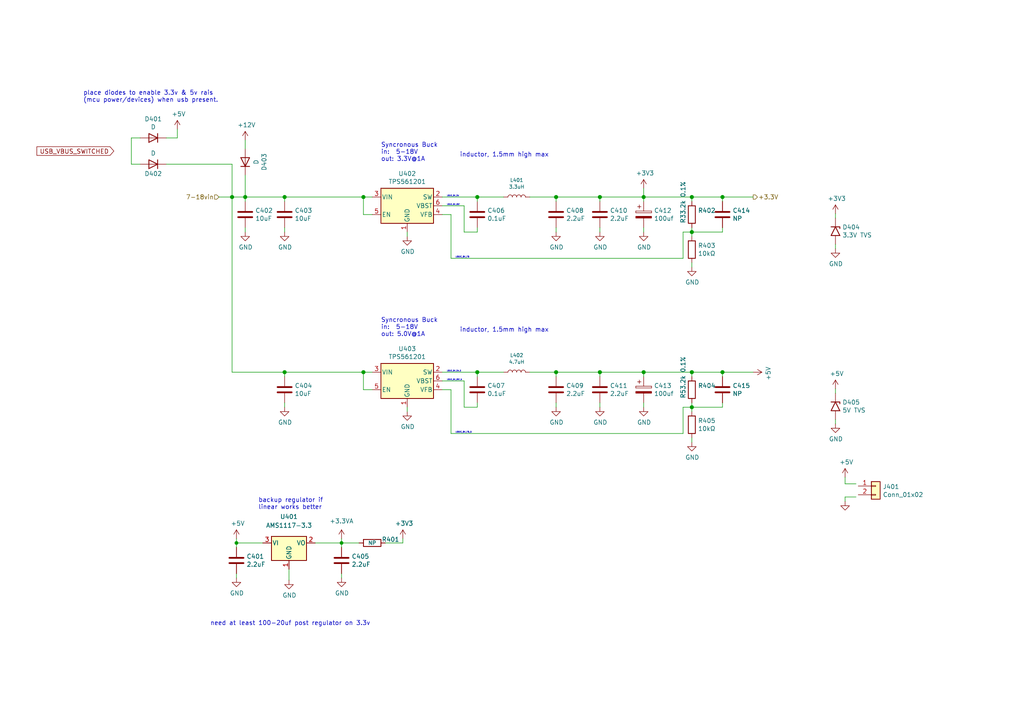
<source format=kicad_sch>
(kicad_sch (version 20230121) (generator eeschema)
  (paper "A4")
  (title_block (title "Moxie-Drive 24, vesc compatable motor controller") (date "2020-07-01") (rev "1.0") (company "Marshall Scholz"))
  (lib_symbols
    (symbol "24_control_board-rescue:C-Device-MoxiE_Control_board-rescue" (pin_numbers hide) (pin_names (offset 0.254))
      (property "Reference" "C" (at 0.635 2.54 0))
      (property "Value" "C-Device-MoxiE_Control_board-rescue" (at 0.635 -2.54 0))
      (symbol "C-Device-MoxiE_Control_board-rescue_0_1"
        (polyline (pts (xy -2.032 -0.762) (xy 2.032 -0.762)) (stroke (width 0.508)))
        (polyline (pts (xy -2.032 0.762) (xy 2.032 0.762)) (stroke (width 0.508)))
      )
      (symbol "C-Device-MoxiE_Control_board-rescue_1_1"
        (pin passive line (at 0 3.81 270) (length 2.794) (name "~") (number "1"))
        (pin passive line (at 0 -3.81 90) (length 2.794) (name "~") (number "2"))
      )
    )
    (symbol "24_control_board-rescue:CP-Device-MoxiE_Control_board-rescue" (pin_numbers hide) (pin_names (offset 0.254))
      (property "Reference" "C" (at 0.635 2.54 0))
      (property "Value" "CP-Device-MoxiE_Control_board-rescue" (at 0.635 -2.54 0))
      (symbol "CP-Device-MoxiE_Control_board-rescue_0_1"
        (rectangle (start -2.286 0.508) (end -2.286 1.016))
        (rectangle (start -2.286 0.508) (end 2.286 0.508))
        (polyline (pts (xy -1.778 2.286) (xy -0.762 2.286)))
        (polyline (pts (xy -1.27 2.794) (xy -1.27 1.778)))
        (rectangle (start 2.286 -0.508) (end -2.286 -1.016) (fill (type outline)))
        (rectangle (start 2.286 1.016) (end -2.286 1.016))
        (rectangle (start 2.286 1.016) (end 2.286 0.508))
      )
      (symbol "CP-Device-MoxiE_Control_board-rescue_1_1"
        (pin passive line (at 0 3.81 270) (length 2.794) (name "~") (number "1"))
        (pin passive line (at 0 -3.81 90) (length 2.794) (name "~") (number "2"))
      )
    )
    (symbol "24_control_board-rescue:GND-power-MoxiE_Control_board-rescue" (power) (pin_names (offset 0))
      (property "Value" "GND-power-MoxiE_Control_board-rescue" (at 0 -3.81 0))
      (symbol "GND-power-MoxiE_Control_board-rescue_0_1"
        (polyline (pts (xy 0 0) (xy 0 -1.27) (xy 1.27 -1.27) (xy 0 -2.54) (xy -1.27 -1.27) (xy 0 -1.27)))
      )
      (symbol "GND-power-MoxiE_Control_board-rescue_1_1"
        (pin power_in line (at 0 0 270) (length 0) hide (name "GND") (number "1"))
      )
    )
    (symbol "24_control_board-rescue:R-Device-MoxiE_Control_board-rescue" (pin_numbers hide) (pin_names (offset 0))
      (property "Reference" "R" (at 2.032 0 90))
      (property "Value" "R-Device-MoxiE_Control_board-rescue" (at 0 0 90))
      (symbol "R-Device-MoxiE_Control_board-rescue_0_1"
        (rectangle (start -1.016 -2.54) (end 1.016 2.54) (stroke (width 0.254)))
      )
      (symbol "R-Device-MoxiE_Control_board-rescue_1_1"
        (pin passive line (at 0 3.81 270) (length 1.27) (name "~") (number "1"))
        (pin passive line (at 0 -3.81 90) (length 1.27) (name "~") (number "2"))
      )
    )
    (symbol "24_control_board-rescue:TPS563200-Regulator_Switching-MoxiE_Control_board-rescue" (pin_names (offset 0.254))
      (property "Reference" "U" (at -7.62 6.35 0))
      (property "Value" "TPS563200-Regulator_Switching-MoxiE_Control_board-rescue" (at -2.54 6.35 0))
      (symbol "TPS563200-Regulator_Switching-MoxiE_Control_board-rescue_0_1"
        (rectangle (start -7.62 5.08) (end 7.62 -5.08) (stroke (width 0.254)) (fill (type background)))
      )
      (symbol "TPS563200-Regulator_Switching-MoxiE_Control_board-rescue_1_1"
        (pin power_in line (at 0 -7.62 90) (length 2.54) (name "GND") (number "1"))
        (pin output line (at 10.16 2.54 180) (length 2.54) (name "SW") (number "2"))
        (pin power_in line (at -10.16 2.54 0) (length 2.54) (name "VIN") (number "3"))
        (pin input line (at 10.16 -2.54 180) (length 2.54) (name "VFB") (number "4"))
        (pin input line (at -10.16 -2.54 0) (length 2.54) (name "EN") (number "5"))
        (pin input line (at 10.16 0 180) (length 2.54) (name "VBST") (number "6"))
      )
    )
    (symbol "Connector_Generic:Conn_01x02" (pin_names hide)
      (property "Reference" "J" (at 0 2.54 0))
      (property "Value" "Conn_01x02" (at 0 -5.08 0))
      (symbol "Conn_01x02_1_1"
        (rectangle (start -1.27 -2.413) (end 0 -2.667) (stroke (width 0.1524)))
        (rectangle (start -1.27 0.127) (end 0 -0.127) (stroke (width 0.1524)))
        (rectangle (start -1.27 1.27) (end 1.27 -3.81) (stroke (width 0.254)) (fill (type background)))
        (pin passive line (at -5.08 0 0) (length 3.81) (name "Pin_1") (number "1"))
        (pin passive line (at -5.08 -2.54 0) (length 3.81) (name "Pin_2") (number "2"))
      )
    )
    (symbol "Device:D" (pin_numbers hide) (pin_names hide)
      (property "Reference" "D" (at 0 2.54 0))
      (property "Value" "D" (at 0 -2.54 0))
      (symbol "D_0_1"
        (polyline (pts (xy -1.27 1.27) (xy -1.27 -1.27)) (stroke (width 0.254)))
        (polyline (pts (xy 1.27 0) (xy -1.27 0)))
        (polyline (pts (xy 1.27 1.27) (xy 1.27 -1.27) (xy -1.27 0) (xy 1.27 1.27)) (stroke (width 0.254)))
      )
      (symbol "D_1_1"
        (pin passive line (at -3.81 0 0) (length 2.54) (name "K") (number "1"))
        (pin passive line (at 3.81 0 180) (length 2.54) (name "A") (number "2"))
      )
    )
    (symbol "Device:L" (pin_numbers hide) (pin_names hide)
      (property "Reference" "L" (at -1.27 0 90))
      (property "Value" "L" (at 1.905 0 90))
      (symbol "L_0_1"
        (arc (start 0 -2.54) (mid 0.6323 -1.905) (end 0 -1.27))
        (arc (start 0 -1.27) (mid 0.6323 -0.635) (end 0 0))
        (arc (start 0 0) (mid 0.6323 0.635) (end 0 1.27))
        (arc (start 0 1.27) (mid 0.6323 1.905) (end 0 2.54))
      )
      (symbol "L_1_1"
        (pin passive line (at 0 3.81 270) (length 1.27) (name "1") (number "1"))
        (pin passive line (at 0 -3.81 90) (length 1.27) (name "2") (number "2"))
      )
    )
    (symbol "Diode:1.5KExxA" (pin_numbers hide) (pin_names hide)
      (property "Reference" "D" (at 0 2.54 0))
      (property "Value" "1.5KExxA" (at 0 -2.54 0))
      (symbol "1.5KExxA_0_1"
        (polyline (pts (xy -0.762 1.27) (xy -1.27 1.27) (xy -1.27 -1.27)) (stroke (width 0.254)))
        (polyline (pts (xy 1.27 1.27) (xy 1.27 -1.27) (xy -1.27 0) (xy 1.27 1.27)) (stroke (width 0.254)))
      )
      (symbol "1.5KExxA_1_1"
        (pin passive line (at -3.81 0 0) (length 2.54) (name "A1") (number "1"))
        (pin passive line (at 3.81 0 180) (length 2.54) (name "A2") (number "2"))
      )
    )
    (symbol "Regulator_Linear:AMS1117-3.3" (pin_names (offset 0.254))
      (property "Reference" "U" (at -3.81 3.175 0))
      (property "Value" "AMS1117-3.3" (at 0 3.175 0))
      (symbol "AMS1117-3.3_0_1"
        (rectangle (start -5.08 -5.08) (end 5.08 1.905) (stroke (width 0.254)) (fill (type background)))
      )
      (symbol "AMS1117-3.3_1_1"
        (pin power_in line (at 0 -7.62 90) (length 2.54) (name "GND") (number "1"))
        (pin power_out line (at 7.62 0 180) (length 2.54) (name "VO") (number "2"))
        (pin power_in line (at -7.62 0 0) (length 2.54) (name "VI") (number "3"))
      )
    )
    (symbol "power:+12V" (power) (pin_names (offset 0))
      (property "Value" "+12V" (at 0 3.556 0))
      (symbol "+12V_0_1"
        (polyline (pts (xy -0.762 1.27) (xy 0 2.54)))
        (polyline (pts (xy 0 0) (xy 0 2.54)))
        (polyline (pts (xy 0 2.54) (xy 0.762 1.27)))
      )
      (symbol "+12V_1_1"
        (pin power_in line (at 0 0 90) (length 0) hide (name "+12V") (number "1"))
      )
    )
    (symbol "power:+3.3V" (power) (pin_names (offset 0))
      (property "Value" "+3.3V" (at 0 3.556 0))
      (symbol "+3.3V_0_1"
        (polyline (pts (xy -0.762 1.27) (xy 0 2.54)))
        (polyline (pts (xy 0 0) (xy 0 2.54)))
        (polyline (pts (xy 0 2.54) (xy 0.762 1.27)))
      )
      (symbol "+3.3V_1_1"
        (pin power_in line (at 0 0 90) (length 0) hide (name "+3V3") (number "1"))
      )
    )
    (symbol "power:+3.3VA" (power) (pin_names (offset 0))
      (property "Value" "+3.3VA" (at 0 3.556 0))
      (symbol "+3.3VA_0_1"
        (polyline (pts (xy -0.762 1.27) (xy 0 2.54)))
        (polyline (pts (xy 0 0) (xy 0 2.54)))
        (polyline (pts (xy 0 2.54) (xy 0.762 1.27)))
      )
      (symbol "+3.3VA_1_1"
        (pin power_in line (at 0 0 90) (length 0) hide (name "+3.3VA") (number "1"))
      )
    )
    (symbol "power:+5V" (power) (pin_names (offset 0))
      (property "Value" "+5V" (at 0 3.556 0))
      (symbol "+5V_0_1"
        (polyline (pts (xy -0.762 1.27) (xy 0 2.54)))
        (polyline (pts (xy 0 0) (xy 0 2.54)))
        (polyline (pts (xy 0 2.54) (xy 0.762 1.27)))
      )
      (symbol "+5V_1_1"
        (pin power_in line (at 0 0 90) (length 0) hide (name "+5V") (number "1"))
      )
    )
  )
  (junction (at 200.66 57.15) (diameter 1.016))
  (junction (at 173.99 107.95) (diameter 1.016))
  (junction (at 161.29 57.15) (diameter 1.016))
  (junction (at 105.41 107.95) (diameter 1.016))
  (junction (at 71.12 57.15) (diameter 1.016))
  (junction (at 161.29 107.95) (diameter 1.016))
  (junction (at 82.55 107.95) (diameter 1.016))
  (junction (at 82.55 57.15) (diameter 1.016))
  (junction (at 209.55 107.95) (diameter 1.016))
  (junction (at 138.43 57.15) (diameter 1.016))
  (junction (at 200.66 107.95) (diameter 1.016))
  (junction (at 99.06 157.48))
  (junction (at 105.41 57.15) (diameter 1.016))
  (junction (at 200.66 67.31) (diameter 1.016))
  (junction (at 68.58 157.48))
  (junction (at 186.69 107.95) (diameter 1.016))
  (junction (at 173.99 57.15) (diameter 1.016))
  (junction (at 209.55 57.15) (diameter 1.016))
  (junction (at 67.31 57.15) (diameter 1.016))
  (junction (at 186.69 57.15) (diameter 1.016))
  (junction (at 138.43 107.95) (diameter 1.016))
  (junction (at 200.66 118.11) (diameter 1.016))
  (wire (pts (xy 200.66 77.47) (xy 200.66 76.2)))
  (wire (pts (xy 91.44 157.48) (xy 99.06 157.48)))
  (wire (pts (xy 134.62 110.49) (xy 128.27 110.49)))
  (wire (pts (xy 200.66 119.38) (xy 200.66 118.11)))
  (wire (pts (xy 128.27 113.03) (xy 130.81 113.03)))
  (wire (pts (xy 186.69 57.15) (xy 186.69 54.61)))
  (wire (pts (xy 99.06 157.48) (xy 104.14 157.48)))
  (wire (pts (xy 186.69 67.31) (xy 186.69 66.04)))
  (wire (pts (xy 161.29 57.15) (xy 173.99 57.15)))
  (wire (pts (xy 200.66 128.27) (xy 200.66 127)))
  (wire (pts (xy 82.55 118.11) (xy 82.55 116.84)))
  (wire (pts (xy 209.55 66.04) (xy 209.55 67.31)))
  (wire (pts (xy 134.62 67.31) (xy 134.62 59.69)))
  (wire (pts (xy 134.62 59.69) (xy 128.27 59.69)))
  (wire (pts (xy 200.66 67.31) (xy 198.12 67.31)))
  (wire (pts (xy 111.76 157.48) (xy 116.84 157.48)))
  (wire (pts (xy 105.41 62.23) (xy 105.41 57.15)))
  (wire (pts (xy 71.12 67.31) (xy 71.12 66.04)))
  (wire (pts (xy 153.67 107.95) (xy 161.29 107.95)))
  (wire (pts (xy 161.29 107.95) (xy 173.99 107.95)))
  (wire (pts (xy 99.06 167.64) (xy 99.06 166.37)))
  (wire (pts (xy 130.81 113.03) (xy 130.81 125.73)))
  (wire (pts (xy 200.66 68.58) (xy 200.66 67.31)))
  (wire (pts (xy 138.43 107.95) (xy 146.05 107.95)))
  (wire (pts (xy 173.99 67.31) (xy 173.99 66.04)))
  (wire (pts (xy 209.55 107.95) (xy 200.66 107.95)))
  (wire (pts (xy 71.12 57.15) (xy 71.12 50.8)))
  (wire (pts (xy 209.55 57.15) (xy 200.66 57.15)))
  (wire (pts (xy 200.66 118.11) (xy 198.12 118.11)))
  (wire (pts (xy 186.69 118.11) (xy 186.69 116.84)))
  (wire (pts (xy 128.27 107.95) (xy 138.43 107.95)))
  (wire (pts (xy 209.55 58.42) (xy 209.55 57.15)))
  (wire (pts (xy 138.43 116.84) (xy 138.43 118.11)))
  (wire (pts (xy 200.66 118.11) (xy 200.66 116.84)))
  (wire (pts (xy 71.12 40.64) (xy 71.12 43.18)))
  (wire (pts (xy 82.55 58.42) (xy 82.55 57.15)))
  (wire (pts (xy 38.1 40.005) (xy 38.1 47.625)))
  (wire (pts (xy 38.1 47.625) (xy 40.64 47.625)))
  (wire (pts (xy 40.64 40.005) (xy 38.1 40.005)))
  (wire (pts (xy 209.55 109.22) (xy 209.55 107.95)))
  (wire (pts (xy 161.29 58.42) (xy 161.29 57.15)))
  (wire (pts (xy 71.12 57.15) (xy 82.55 57.15)))
  (wire (pts (xy 71.12 57.15) (xy 71.12 58.42)))
  (wire (pts (xy 200.66 107.95) (xy 200.66 109.22)))
  (wire (pts (xy 105.41 113.03) (xy 105.41 107.95)))
  (wire (pts (xy 138.43 67.31) (xy 134.62 67.31)))
  (wire (pts (xy 186.69 57.15) (xy 200.66 57.15)))
  (wire (pts (xy 198.12 67.31) (xy 198.12 74.93)))
  (wire (pts (xy 128.27 57.15) (xy 138.43 57.15)))
  (wire (pts (xy 161.29 109.22) (xy 161.29 107.95)))
  (wire (pts (xy 118.11 118.11) (xy 118.11 119.38)))
  (wire (pts (xy 242.316 114.046) (xy 242.316 112.776)))
  (wire (pts (xy 200.66 57.15) (xy 200.66 58.42)))
  (wire (pts (xy 245.11 140.335) (xy 245.11 138.43)))
  (wire (pts (xy 105.41 57.15) (xy 107.95 57.15)))
  (wire (pts (xy 130.81 125.73) (xy 198.12 125.73)))
  (wire (pts (xy 186.69 109.22) (xy 186.69 107.95)))
  (wire (pts (xy 99.06 158.75) (xy 99.06 157.48)))
  (wire (pts (xy 218.44 107.95) (xy 209.55 107.95)))
  (wire (pts (xy 209.55 118.11) (xy 200.66 118.11)))
  (wire (pts (xy 242.316 121.666) (xy 242.316 122.936)))
  (wire (pts (xy 68.58 158.75) (xy 68.58 157.48)))
  (wire (pts (xy 138.43 118.11) (xy 134.62 118.11)))
  (wire (pts (xy 67.31 57.15) (xy 67.31 107.95)))
  (wire (pts (xy 138.43 57.15) (xy 146.05 57.15)))
  (wire (pts (xy 128.27 62.23) (xy 130.81 62.23)))
  (wire (pts (xy 130.81 74.93) (xy 198.12 74.93)))
  (wire (pts (xy 209.55 67.31) (xy 200.66 67.31)))
  (wire (pts (xy 198.12 118.11) (xy 198.12 125.73)))
  (wire (pts (xy 99.06 156.21) (xy 99.06 157.48)))
  (wire (pts (xy 245.11 144.145) (xy 248.285 144.145)))
  (wire (pts (xy 242.316 63.246) (xy 242.316 61.976)))
  (wire (pts (xy 63.5 57.15) (xy 67.31 57.15)))
  (wire (pts (xy 67.31 57.15) (xy 71.12 57.15)))
  (wire (pts (xy 48.26 47.625) (xy 67.31 47.625)))
  (wire (pts (xy 67.31 47.625) (xy 67.31 57.15)))
  (wire (pts (xy 161.29 67.31) (xy 161.29 66.04)))
  (wire (pts (xy 209.55 116.84) (xy 209.55 118.11)))
  (wire (pts (xy 153.67 57.15) (xy 161.29 57.15)))
  (wire (pts (xy 218.44 57.15) (xy 209.55 57.15)))
  (wire (pts (xy 48.26 40.005) (xy 51.435 40.005)))
  (wire (pts (xy 51.435 37.465) (xy 51.435 40.005)))
  (wire (pts (xy 130.81 62.23) (xy 130.81 74.93)))
  (wire (pts (xy 186.69 58.42) (xy 186.69 57.15)))
  (wire (pts (xy 242.316 70.866) (xy 242.316 72.136)))
  (wire (pts (xy 173.99 58.42) (xy 173.99 57.15)))
  (wire (pts (xy 173.99 57.15) (xy 186.69 57.15)))
  (wire (pts (xy 68.58 167.64) (xy 68.58 166.37)))
  (wire (pts (xy 173.99 109.22) (xy 173.99 107.95)))
  (wire (pts (xy 68.58 156.21) (xy 68.58 157.48)))
  (wire (pts (xy 67.31 107.95) (xy 82.55 107.95)))
  (wire (pts (xy 138.43 109.22) (xy 138.43 107.95)))
  (wire (pts (xy 186.69 107.95) (xy 200.66 107.95)))
  (wire (pts (xy 173.99 107.95) (xy 186.69 107.95)))
  (wire (pts (xy 118.11 67.31) (xy 118.11 68.58)))
  (wire (pts (xy 173.99 118.11) (xy 173.99 116.84)))
  (wire (pts (xy 138.43 58.42) (xy 138.43 57.15)))
  (wire (pts (xy 134.62 118.11) (xy 134.62 110.49)))
  (wire (pts (xy 105.41 107.95) (xy 107.95 107.95)))
  (wire (pts (xy 161.29 118.11) (xy 161.29 116.84)))
  (wire (pts (xy 138.43 66.04) (xy 138.43 67.31)))
  (wire (pts (xy 105.41 113.03) (xy 107.95 113.03)))
  (wire (pts (xy 82.55 109.22) (xy 82.55 107.95)))
  (wire (pts (xy 68.58 157.48) (xy 76.2 157.48)))
  (wire (pts (xy 82.55 57.15) (xy 105.41 57.15)))
  (wire (pts (xy 245.11 145.415) (xy 245.11 144.145)))
  (wire (pts (xy 105.41 62.23) (xy 107.95 62.23)))
  (wire (pts (xy 200.66 67.31) (xy 200.66 66.04)))
  (wire (pts (xy 248.285 140.335) (xy 245.11 140.335)))
  (wire (pts (xy 82.55 107.95) (xy 105.41 107.95)))
  (wire (pts (xy 82.55 67.31) (xy 82.55 66.04)))
  (wire (pts (xy 116.84 157.48) (xy 116.84 156.21)))
  (wire (pts (xy 83.82 165.1) (xy 83.82 168.275)))
  (text "LOGIC_BK_SW" (at 129.54 57.15 0) (effects (font (size 0.3556 0.3556)) (justify left bottom)))
  (text "LOGIC_BK_SW_5" (at 129.54 107.95 0) (effects (font (size 0.3556 0.3556)) (justify left bottom)))
  (text "LOGIC_BK_FB_5" (at 132.08 125.73 0) (effects (font (size 0.4064 0.4064)) (justify left bottom)))
  (text "LOGIC_BK_BST" (at 129.54 59.69 0) (effects (font (size 0.3556 0.3556)) (justify left bottom)))
  (text "inductor, 1.5mm high max" (at 133.35 96.52 0) (effects (font (size 1.27 1.27)) (justify left bottom)))
  (text "need at least 100-20uf post regulator on 3.3v" (at 60.96 181.61 0) (effects (font (size 1.27 1.27)) (justify left bottom)))
  (text "inductor, 1.5mm high max" (at 133.35 45.72 0) (effects (font (size 1.27 1.27)) (justify left bottom)))
  (text "LOGIC_BK_FB" (at 132.08 74.93 0) (effects (font (size 0.4064 0.4064)) (justify left bottom)))
  (text "backup regulator if \nlinear works better" (at 74.93 147.955 0) (effects (font (size 1.27 1.27)) (justify left bottom)))
  (text "Syncronous Buck\nin:  5-18V\nout: 5.0V@1A" (at 110.49 97.79 0) (effects (font (size 1.27 1.27)) (justify left bottom)))
  (text "Syncronous Buck\nin:  5-18V\nout: 3.3V@1A" (at 110.49 46.99 0) (effects (font (size 1.27 1.27)) (justify left bottom)))
  (text "place diodes to enable 3.3v & 5v rais \n(mcu power/devices) when usb present. \n" (at 24.13 29.845 0) (effects (font (size 1.27 1.27)) (justify left bottom)))
  (text "LOGIC_BK_BST_5" (at 129.54 110.49 0) (effects (font (size 0.3556 0.3556)) (justify left bottom)))
  (global_label "USB_VBUS_SWITCHED" (shape input) (at 33.02 43.815 180) (property "Intersheetrefs" "${INTERSHEET_REFS}" (effects hide)))
  (hierarchical_label "7-18vin" (shape input) (at 63.5 57.15 180))
  (hierarchical_label "+3.3V" (shape output) (at 218.44 57.15 0))
  (symbol (lib_id "24_control_board-rescue:TPS563200-Regulator_Switching-MoxiE_Control_board-rescue") (at 118.11 59.69 0) (unit 1)
    (property "Reference" "U402" (at 118.11 50.3682 0))
    (property "Value" "TPS561201" (at 118.11 52.6796 0))
    (property "Footprint" "Package_TO_SOT_SMD:SOT-23-6" (effects hide))
    (property "Datasheet" "http://www.ti.com/lit/ds/symlink/tps563200.pdf" (effects hide))
  )
  (symbol (lib_id "Device:L") (at 149.86 57.15 270) (mirror x) (unit 1)
    (property "Reference" "L401" (at 149.86 52.2478 90) (effects (font (size 1.016 1.016))))
    (property "Value" "3.3uH" (at 149.86 54.1782 90) (effects (font (size 1.016 1.016))))
    (property "Footprint" "Inductor_SMD:L_Taiyo-Yuden_NR-40xx" (effects hide))
    (property "Part#" "NRS4018T4R7MDGJ" (effects hide))
  )
  (symbol (lib_id "24_control_board-rescue:C-Device-MoxiE_Control_board-rescue") (at 138.43 62.23 0) (unit 1)
    (property "Reference" "C406" (at 141.351 61.0616 0) (effects (justify left)))
    (property "Value" "0.1uF" (at 141.351 63.373 0) (effects (justify left)))
    (property "Footprint" "pkl_dipol:C_0402" (effects hide))
  )
  (symbol (lib_id "24_control_board-rescue:R-Device-MoxiE_Control_board-rescue") (at 200.66 72.39 0) (unit 1)
    (property "Reference" "R403" (at 202.438 71.2216 0) (effects (justify left)))
    (property "Value" "10kΩ" (at 202.438 73.533 0) (effects (justify left)))
    (property "Footprint" "pkl_dipol:R_0402" (effects hide))
  )
  (symbol (lib_id "24_control_board-rescue:R-Device-MoxiE_Control_board-rescue") (at 200.66 62.23 0) (unit 1)
    (property "Reference" "R402" (at 202.438 61.0616 0) (effects (justify left)))
    (property "Value" "R33.2k 0.1%" (at 198.12 64.77 90) (effects (justify left)))
    (property "Footprint" "pkl_dipol:R_0402" (effects hide))
  )
  (symbol (lib_id "24_control_board-rescue:GND-power-MoxiE_Control_board-rescue") (at 118.11 68.58 0) (unit 1)
    (property "Reference" "#PWR0412" (effects hide))
    (property "Value" "GND" (at 118.237 72.9742 0))
  )
  (symbol (lib_id "24_control_board-rescue:C-Device-MoxiE_Control_board-rescue") (at 161.29 62.23 0) (unit 1)
    (property "Reference" "C408" (at 164.211 61.0616 0) (effects (justify left)))
    (property "Value" "2.2uF" (at 164.211 63.373 0) (effects (justify left)))
    (property "Footprint" "pkl_dipol:C_0402" (effects hide))
  )
  (symbol (lib_id "24_control_board-rescue:C-Device-MoxiE_Control_board-rescue") (at 173.99 62.23 0) (unit 1)
    (property "Reference" "C410" (at 176.911 61.0616 0) (effects (justify left)))
    (property "Value" "2.2uF" (at 176.911 63.373 0) (effects (justify left)))
    (property "Footprint" "pkl_dipol:C_0402" (effects hide))
  )
  (symbol (lib_id "24_control_board-rescue:CP-Device-MoxiE_Control_board-rescue") (at 186.69 62.23 0) (unit 1)
    (property "Reference" "C412" (at 189.6872 61.0616 0) (effects (justify left)))
    (property "Value" "100uf" (at 189.6872 63.373 0) (effects (justify left)))
    (property "Footprint" "Capacitor_Tantalum_SMD:CP_EIA-3528-15_AVX-H" (effects hide))
    (property "Part#" "TPSB107K006R0250 " (effects hide))
  )
  (symbol (lib_id "24_control_board-rescue:GND-power-MoxiE_Control_board-rescue") (at 200.66 77.47 0) (unit 1)
    (property "Reference" "#PWR0421" (effects hide))
    (property "Value" "GND" (at 200.787 81.8642 0))
  )
  (symbol (lib_id "24_control_board-rescue:GND-power-MoxiE_Control_board-rescue") (at 186.69 67.31 0) (unit 1)
    (property "Reference" "#PWR0419" (effects hide))
    (property "Value" "GND" (at 186.817 71.7042 0))
  )
  (symbol (lib_id "24_control_board-rescue:GND-power-MoxiE_Control_board-rescue") (at 173.99 67.31 0) (unit 1)
    (property "Reference" "#PWR0416" (effects hide))
    (property "Value" "GND" (at 174.117 71.7042 0))
  )
  (symbol (lib_id "24_control_board-rescue:GND-power-MoxiE_Control_board-rescue") (at 161.29 67.31 0) (unit 1)
    (property "Reference" "#PWR0414" (effects hide))
    (property "Value" "GND" (at 161.417 71.7042 0))
  )
  (symbol (lib_id "power:+3.3V") (at 186.69 54.61 0) (unit 1)
    (property "Reference" "#PWR0418" (effects hide))
    (property "Value" "+3.3V" (at 187.071 50.2158 0))
  )
  (symbol (lib_id "24_control_board-rescue:C-Device-MoxiE_Control_board-rescue") (at 209.55 62.23 0) (unit 1)
    (property "Reference" "C414" (at 212.471 61.0616 0) (effects (justify left)))
    (property "Value" "NP" (at 212.471 63.373 0) (effects (justify left)))
    (property "Footprint" "pkl_dipol:C_0402" (effects hide))
  )
  (symbol (lib_id "24_control_board-rescue:GND-power-MoxiE_Control_board-rescue") (at 71.12 67.31 0) (unit 1)
    (property "Reference" "#PWR0405" (effects hide))
    (property "Value" "GND" (at 71.247 71.7042 0))
  )
  (symbol (lib_id "24_control_board-rescue:C-Device-MoxiE_Control_board-rescue") (at 71.12 62.23 0) (unit 1)
    (property "Reference" "C402" (at 74.041 61.0616 0) (effects (justify left)))
    (property "Value" "10uF" (at 74.041 63.373 0) (effects (justify left)))
    (property "Footprint" "pkl_dipol:C_0603" (effects hide))
  )
  (symbol (lib_id "24_control_board-rescue:GND-power-MoxiE_Control_board-rescue") (at 82.55 67.31 0) (unit 1)
    (property "Reference" "#PWR0406" (effects hide))
    (property "Value" "GND" (at 82.677 71.7042 0))
  )
  (symbol (lib_id "24_control_board-rescue:C-Device-MoxiE_Control_board-rescue") (at 82.55 62.23 0) (unit 1)
    (property "Reference" "C403" (at 85.471 61.0616 0) (effects (justify left)))
    (property "Value" "10uF" (at 85.471 63.373 0) (effects (justify left)))
    (property "Footprint" "pkl_dipol:C_0603" (effects hide))
  )
  (symbol (lib_id "24_control_board-rescue:GND-power-MoxiE_Control_board-rescue") (at 242.316 72.136 0) (unit 1)
    (property "Reference" "#PWR0425" (effects hide))
    (property "Value" "GND" (at 242.443 76.5302 0))
  )
  (symbol (lib_id "Diode:1.5KExxA") (at 242.316 67.056 270) (unit 1)
    (property "Reference" "D404" (at 244.3226 65.8876 90) (effects (justify left)))
    (property "Value" "3.3V TVS" (at 244.3226 68.199 90) (effects (justify left)))
    (property "Footprint" "Diode_SMD:D_SOD-323" (effects hide))
    (property "Datasheet" "https://www.vishay.com/docs/88301/15ke.pdf" (effects hide))
  )
  (symbol (lib_id "power:+12V") (at 71.12 40.64 0) (unit 1)
    (property "Reference" "#PWR0404" (effects hide))
    (property "Value" "+12V" (at 71.501 36.2458 0))
  )
  (symbol (lib_id "power:+3.3V") (at 242.316 61.976 0) (unit 1)
    (property "Reference" "#PWR0424" (effects hide))
    (property "Value" "+3.3V" (at 242.697 57.5818 0))
  )
  (symbol (lib_id "24_control_board-rescue:GND-power-MoxiE_Control_board-rescue") (at 161.29 118.11 0) (unit 1)
    (property "Reference" "#PWR0415" (effects hide))
    (property "Value" "GND" (at 161.417 122.5042 0))
  )
  (symbol (lib_id "24_control_board-rescue:R-Device-MoxiE_Control_board-rescue") (at 107.95 157.48 270) (mirror x) (unit 1)
    (property "Reference" "R401" (at 113.284 156.464 90))
    (property "Value" "NP" (at 107.95 157.48 90) (effects (font (size 1.0922 1.0922))))
    (property "Footprint" "pkl_dipol:R_0402" (effects hide))
  )
  (symbol (lib_id "24_control_board-rescue:C-Device-MoxiE_Control_board-rescue") (at 209.55 113.03 0) (unit 1)
    (property "Reference" "C415" (at 212.471 111.8616 0) (effects (justify left)))
    (property "Value" "NP" (at 212.471 114.173 0) (effects (justify left)))
    (property "Footprint" "pkl_dipol:C_0402" (effects hide))
  )
  (symbol (lib_id "power:+5V") (at 51.435 37.465 0) (unit 1)
    (property "Reference" "#PWR0401" (effects hide))
    (property "Value" "+5V" (at 51.816 33.0708 0))
  )
  (symbol (lib_id "24_control_board-rescue:C-Device-MoxiE_Control_board-rescue") (at 173.99 113.03 0) (unit 1)
    (property "Reference" "C411" (at 176.911 111.8616 0) (effects (justify left)))
    (property "Value" "2.2uF" (at 176.911 114.173 0) (effects (justify left)))
    (property "Footprint" "pkl_dipol:C_0402" (effects hide))
  )
  (symbol (lib_id "24_control_board-rescue:GND-power-MoxiE_Control_board-rescue") (at 242.316 122.936 0) (unit 1)
    (property "Reference" "#PWR0427" (effects hide))
    (property "Value" "GND" (at 242.443 127.3302 0))
  )
  (symbol (lib_id "24_control_board-rescue:GND-power-MoxiE_Control_board-rescue") (at 82.55 118.11 0) (unit 1)
    (property "Reference" "#PWR0407" (effects hide))
    (property "Value" "GND" (at 82.677 122.5042 0))
  )
  (symbol (lib_id "24_control_board-rescue:GND-power-MoxiE_Control_board-rescue") (at 173.99 118.11 0) (unit 1)
    (property "Reference" "#PWR0417" (effects hide))
    (property "Value" "GND" (at 174.117 122.5042 0))
  )
  (symbol (lib_id "Device:L") (at 149.86 107.95 270) (mirror x) (unit 1)
    (property "Reference" "L402" (at 149.86 103.0478 90) (effects (font (size 1.016 1.016))))
    (property "Value" "4.7uH" (at 149.86 104.9782 90) (effects (font (size 1.016 1.016))))
    (property "Footprint" "Inductor_SMD:L_Taiyo-Yuden_NR-40xx" (effects hide))
    (property "Part#" "NRS4018T4R7MDGJ" (effects hide))
  )
  (symbol (lib_id "24_control_board-rescue:C-Device-MoxiE_Control_board-rescue") (at 161.29 113.03 0) (unit 1)
    (property "Reference" "C409" (at 164.211 111.8616 0) (effects (justify left)))
    (property "Value" "2.2uF" (at 164.211 114.173 0) (effects (justify left)))
    (property "Footprint" "pkl_dipol:C_0402" (effects hide))
  )
  (symbol (lib_id "power:+5V") (at 68.58 156.21 0) (unit 1)
    (property "Reference" "#PWR0402" (effects hide))
    (property "Value" "+5V" (at 68.961 151.8158 0))
  )
  (symbol (lib_id "24_control_board-rescue:GND-power-MoxiE_Control_board-rescue") (at 118.11 119.38 0) (unit 1)
    (property "Reference" "#PWR0413" (effects hide))
    (property "Value" "GND" (at 118.237 123.7742 0))
  )
  (symbol (lib_id "Device:D") (at 44.45 40.005 180) (unit 1)
    (property "Reference" "D401" (at 44.45 34.5186 0))
    (property "Value" "D" (at 44.45 36.83 0))
    (property "Footprint" "Diode_SMD:D_SOD-323F" (effects hide))
  )
  (symbol (lib_id "24_control_board-rescue:C-Device-MoxiE_Control_board-rescue") (at 82.55 113.03 0) (unit 1)
    (property "Reference" "C404" (at 85.471 111.8616 0) (effects (justify left)))
    (property "Value" "10uF" (at 85.471 114.173 0) (effects (justify left)))
    (property "Footprint" "pkl_dipol:C_0603" (effects hide))
  )
  (symbol (lib_id "24_control_board-rescue:C-Device-MoxiE_Control_board-rescue") (at 138.43 113.03 0) (unit 1)
    (property "Reference" "C407" (at 141.351 111.8616 0) (effects (justify left)))
    (property "Value" "0.1uF" (at 141.351 114.173 0) (effects (justify left)))
    (property "Footprint" "pkl_dipol:C_0402" (effects hide))
  )
  (symbol (lib_id "24_control_board-rescue:C-Device-MoxiE_Control_board-rescue") (at 68.58 162.56 0) (unit 1)
    (property "Reference" "C401" (at 71.501 161.3916 0) (effects (justify left)))
    (property "Value" "2.2uF" (at 71.501 163.703 0) (effects (justify left)))
    (property "Footprint" "pkl_dipol:C_0402" (effects hide))
  )
  (symbol (lib_id "24_control_board-rescue:TPS563200-Regulator_Switching-MoxiE_Control_board-rescue") (at 118.11 110.49 0) (unit 1)
    (property "Reference" "U403" (at 118.11 101.1682 0))
    (property "Value" "TPS561201" (at 118.11 103.4796 0))
    (property "Footprint" "Package_TO_SOT_SMD:SOT-23-6" (effects hide))
    (property "Datasheet" "http://www.ti.com/lit/ds/symlink/tps563200.pdf" (effects hide))
  )
  (symbol (lib_id "Device:D") (at 44.45 47.625 180) (unit 1)
    (property "Reference" "D402" (at 44.45 50.3936 0))
    (property "Value" "D" (at 44.45 44.45 0))
    (property "Footprint" "Diode_SMD:D_SOD-323F" (effects hide))
  )
  (symbol (lib_id "power:+5V") (at 245.11 138.43 0) (unit 1)
    (property "Reference" "#PWR0428" (effects hide))
    (property "Value" "+5V" (at 245.491 134.0358 0))
  )
  (symbol (lib_id "24_control_board-rescue:C-Device-MoxiE_Control_board-rescue") (at 99.06 162.56 0) (unit 1)
    (property "Reference" "C405" (at 101.981 161.3916 0) (effects (justify left)))
    (property "Value" "2.2uF" (at 101.981 163.703 0) (effects (justify left)))
    (property "Footprint" "pkl_dipol:C_0402" (effects hide))
  )
  (symbol (lib_id "24_control_board-rescue:GND-power-MoxiE_Control_board-rescue") (at 186.69 118.11 0) (unit 1)
    (property "Reference" "#PWR0420" (effects hide))
    (property "Value" "GND" (at 186.817 122.5042 0))
  )
  (symbol (lib_id "power:+3.3VA") (at 99.06 156.21 0) (unit 1)
    (property "Reference" "#PWR0409" (effects hide))
    (property "Value" "+3.3VA" (at 99.06 151.13 0))
  )
  (symbol (lib_id "24_control_board-rescue:GND-power-MoxiE_Control_board-rescue") (at 83.82 168.275 0) (unit 1)
    (property "Reference" "#PWR0408" (effects hide))
    (property "Value" "GND" (at 83.947 172.6692 0))
  )
  (symbol (lib_id "Regulator_Linear:AMS1117-3.3") (at 83.82 157.48 0) (unit 1)
    (property "Reference" "U401" (at 83.82 149.86 0))
    (property "Value" "AMS1117-3.3" (at 83.82 152.4 0))
    (property "Footprint" "Package_TO_SOT_SMD:SOT-223-3_TabPin2" (effects hide))
    (property "Datasheet" "http://www.advanced-monolithic.com/pdf/ds1117.pdf" (effects hide))
  )
  (symbol (lib_id "Device:D") (at 71.12 46.99 90) (unit 1)
    (property "Reference" "D403" (at 76.6064 46.99 0))
    (property "Value" "D" (at 74.295 46.99 0))
    (property "Footprint" "Diode_SMD:D_SOD-323F" (effects hide))
  )
  (symbol (lib_id "24_control_board-rescue:GND-power-MoxiE_Control_board-rescue") (at 68.58 167.64 0) (unit 1)
    (property "Reference" "#PWR0403" (effects hide))
    (property "Value" "GND" (at 68.707 172.0342 0))
  )
  (symbol (lib_id "power:+3.3V") (at 116.84 156.21 0) (unit 1)
    (property "Reference" "#PWR0411" (effects hide))
    (property "Value" "+3.3V" (at 117.221 151.8158 0))
  )
  (symbol (lib_id "Connector_Generic:Conn_01x02") (at 254 140.97 0) (unit 1)
    (property "Reference" "J401" (at 256.032 141.1732 0) (effects (justify left)))
    (property "Value" "Conn_01x02" (at 256.032 143.4846 0) (effects (justify left)))
    (property "Footprint" "Connector_JST:JST_PH_B2B-PH-K_1x02_P2.00mm_Vertical" (effects hide))
  )
  (symbol (lib_id "Diode:1.5KExxA") (at 242.316 117.856 270) (unit 1)
    (property "Reference" "D405" (at 244.3226 116.6876 90) (effects (justify left)))
    (property "Value" "5V TVS" (at 244.3226 118.999 90) (effects (justify left)))
    (property "Footprint" "Diode_SMD:D_SOD-323" (effects hide))
    (property "Datasheet" "https://www.vishay.com/docs/88301/15ke.pdf" (effects hide))
  )
  (symbol (lib_id "24_control_board-rescue:GND-power-MoxiE_Control_board-rescue") (at 245.11 145.415 0) (mirror y) (unit 1)
    (property "Reference" "#PWR0429" (effects hide))
    (property "Value" "GND" (effects hide))
  )
  (symbol (lib_id "24_control_board-rescue:R-Device-MoxiE_Control_board-rescue") (at 200.66 123.19 0) (unit 1)
    (property "Reference" "R405" (at 202.438 122.0216 0) (effects (justify left)))
    (property "Value" "10kΩ" (at 202.438 124.333 0) (effects (justify left)))
    (property "Footprint" "pkl_dipol:R_0402" (effects hide))
  )
  (symbol (lib_id "24_control_board-rescue:GND-power-MoxiE_Control_board-rescue") (at 200.66 128.27 0) (unit 1)
    (property "Reference" "#PWR0422" (effects hide))
    (property "Value" "GND" (at 200.787 132.6642 0))
  )
  (symbol (lib_id "24_control_board-rescue:GND-power-MoxiE_Control_board-rescue") (at 99.06 167.64 0) (unit 1)
    (property "Reference" "#PWR0410" (effects hide))
    (property "Value" "GND" (at 99.187 172.0342 0))
  )
  (symbol (lib_id "24_control_board-rescue:R-Device-MoxiE_Control_board-rescue") (at 200.66 113.03 0) (unit 1)
    (property "Reference" "R404" (at 202.438 111.8616 0) (effects (justify left)))
    (property "Value" "R53.2k 0.1%" (at 198.12 115.57 90) (effects (justify left)))
    (property "Footprint" "pkl_dipol:R_0402" (effects hide))
  )
  (symbol (lib_id "power:+5V") (at 218.44 107.95 270) (unit 1)
    (property "Reference" "#PWR0423" (effects hide))
    (property "Value" "+5V" (at 222.8342 108.331 0))
  )
  (symbol (lib_id "power:+5V") (at 242.316 112.776 0) (unit 1)
    (property "Reference" "#PWR0426" (effects hide))
    (property "Value" "+5V" (at 242.697 108.3818 0))
  )
  (symbol (lib_id "24_control_board-rescue:CP-Device-MoxiE_Control_board-rescue") (at 186.69 113.03 0) (unit 1)
    (property "Reference" "C413" (at 189.6872 111.8616 0) (effects (justify left)))
    (property "Value" "100uf" (at 189.6872 114.173 0) (effects (justify left)))
    (property "Footprint" "Capacitor_Tantalum_SMD:CP_EIA-3528-15_AVX-H" (effects hide))
    (property "Part#" "TPSB107K006R0250 " (effects hide))
  )
)
</source>
